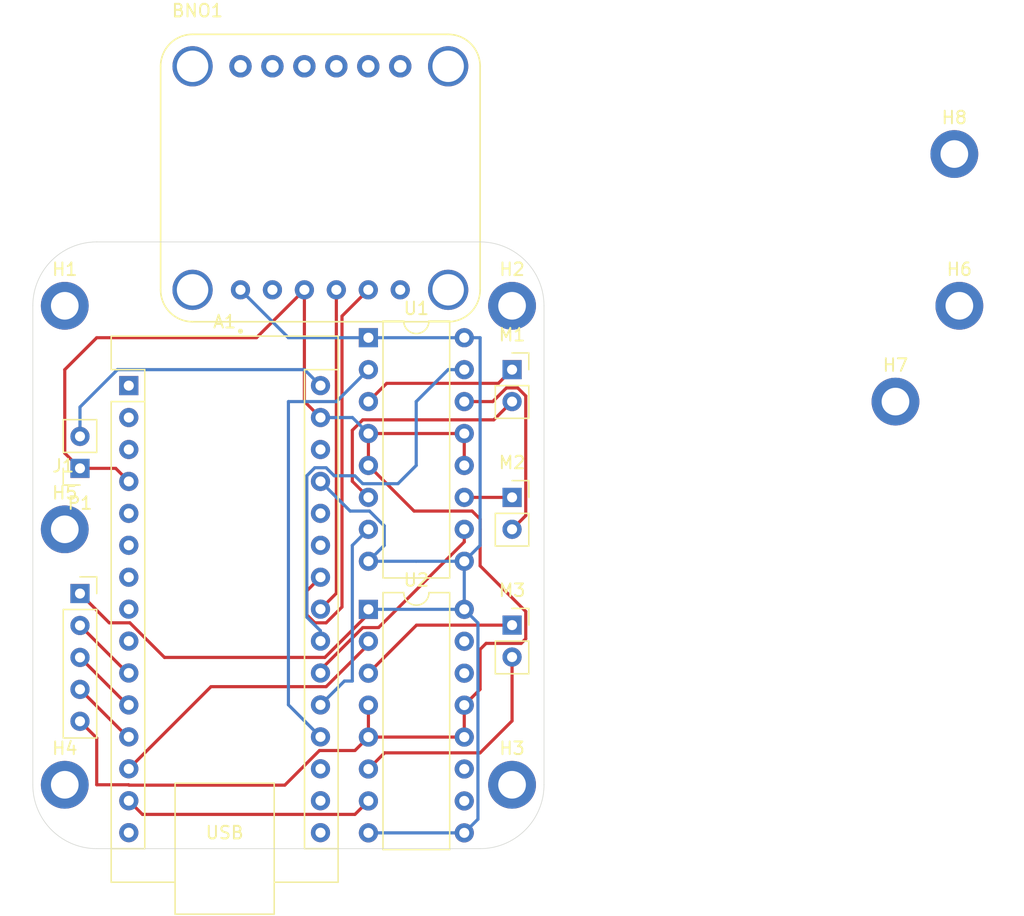
<source format=kicad_pcb>
(kicad_pcb (version 20211014) (generator pcbnew)
  (layers (0 "F.Cu" signal) (31 "B.Cu" signal) (34 "B.Paste" user) (35 "F.Paste" user) (36 "B.SilkS" user "B.Silkscreen") (37 "F.SilkS" user "F.Silkscreen") (38 "B.Mask" user) (39 "F.Mask" user) (44 "Edge.Cuts" user))
  (net 0 "")
  (net 4 "Net-(A1-Pad29)")
  (net 10 "Net-(A1-Pad10)")
  (net 11 "Net-(A1-Pad11)")
  (net 12 "Net-(A1-Pad12)")
  (net 13 "Net-(A1-Pad13)")
  (net 14 "Net-(A1-Pad14)")
  (net 19 "Net-(A1-Pad19)")
  (net 20 "Net-(A1-Pad20)")
  (net 21 "Net-(A1-Pad21)")
  (net 22 "Net-(A1-Pad22)")
  (net 23 "Net-(A1-Pad23)")
  (net 24 "Net-(A1-Pad24)")
  (net 27 "Net-(A1-Pad27)")
  (net 29 "Net-(A1-Pad30)")
  (net 38 "Net-(M1-Pad1)")
  (net 39 "Net-(M1-Pad2)")
  (net 40 "Net-(M2-Pad1)")
  (net 41 "Net-(M2-Pad2)")
  (net 42 "Net-(M3-Pad1)")
  (net 43 "Net-(M3-Pad2)")
  (footprint "MountingHole:MountingHole_2.2mm_M2_ISO14580_Pad" (layer "F.Cu") (at 119.38 55.88)
    (fp_text reference "H6" (at 0 -2.9) (layer "F.SilkS"))
    (fp_text value "MountingHole")
    (pad "1" thru_hole circle (at 0 0) (size 3.8 3.8) (drill 2.2) (layers *.Cu *.Mask))
  )
  (footprint "Connector_PinSocket_2.54mm:PinSocket_1x02_P2.54mm_Vertical" (layer "F.Cu") (at 83.82 71.12)
    (fp_text reference "M2" (at 0 -2.77) (layer "F.SilkS"))
    (fp_text value "Conn_01x02")
    (fp_line (start 0 -1.33) (end 1.33 -1.33) (layer "F.SilkS") (width 0.12))
    (fp_line (start -1.33 1.27) (end 1.33 1.27) (layer "F.SilkS") (width 0.12))
    (fp_line (start 1.33 1.27) (end 1.33 3.87) (layer "F.SilkS") (width 0.12))
    (fp_line (start 1.33 -1.33) (end 1.33 0) (layer "F.SilkS") (width 0.12))
    (fp_line (start -1.33 3.87) (end 1.33 3.87) (layer "F.SilkS") (width 0.12))
    (fp_line (start -1.33 1.27) (end -1.33 3.87) (layer "F.SilkS") (width 0.12))
    (pad "1" thru_hole rect (at 0 0) (size 1.524 1.524) (drill 0.8) (layers *.Cu *.Mask) (net 40 "Net-(M2-Pad1)"))
    (pad "2" thru_hole circle (at 0 2.54) (size 1.524 1.524) (drill 0.8) (layers *.Cu *.Mask) (net 41 "Net-(M2-Pad2)"))
  )
  (footprint "Connector_PinSocket_2.54mm:PinSocket_1x02_P2.54mm_Vertical" (layer "F.Cu") (at 49.47 68.81 180)
    (fp_text reference "P1" (at 0 -2.77) (layer "F.SilkS"))
    (fp_text value "Conn_01x02")
    (fp_line (start -1.33 1.27) (end 1.33 1.27) (layer "F.SilkS") (width 0.12))
    (fp_line (start -1.33 3.87) (end 1.33 3.87) (layer "F.SilkS") (width 0.12))
    (fp_line (start 0 -1.33) (end 1.33 -1.33) (layer "F.SilkS") (width 0.12))
    (fp_line (start 1.33 1.27) (end 1.33 3.87) (layer "F.SilkS") (width 0.12))
    (fp_line (start -1.33 1.27) (end -1.33 3.87) (layer "F.SilkS") (width 0.12))
    (fp_line (start 1.33 -1.33) (end 1.33 0) (layer "F.SilkS") (width 0.12))
    (pad "1" thru_hole rect (at 0 0 180) (size 1.524 1.524) (drill 0.8) (layers *.Cu *.Mask) (net 4 "Net-(A1-Pad29)"))
    (pad "2" thru_hole circle (at 0 2.54 180) (size 1.524 1.524) (drill 0.8) (layers *.Cu *.Mask) (net 29 "Net-(A1-Pad30)"))
  )
  (footprint "MountingHole:MountingHole_2.2mm_M2_ISO14580_Pad" (layer "F.Cu") (at 118.98 43.81)
    (fp_text reference "H8" (at 0 -2.9) (layer "F.SilkS"))
    (fp_text value "MountingHole")
    (pad "1" thru_hole circle (at 0 0) (size 3.8 3.8) (drill 2.2) (layers *.Cu *.Mask))
  )
  (footprint "KiCad:MODULE_4754" (layer "F.Cu") (at 68.58 45.72)
    (fp_text reference "BNO1" (at -9.775 -13.315) (layer "F.SilkS"))
    (fp_text value "4754")
    (fp_line (start 12.7 8.89) (end 12.7 -8.89) (layer "F.SilkS") (width 0.127))
    (fp_line (start -12.7 -8.89) (end -12.7 8.89) (layer "F.SilkS") (width 0.127))
    (fp_line (start -10.16 11.43) (end 10.16 11.43) (layer "F.SilkS") (width 0.127))
    (fp_line (start 10.16 -11.43) (end -10.16 -11.43) (layer "F.SilkS") (width 0.127))
    (fp_arc (start 12.7 8.89) (mid 11.956051 10.686051) (end 10.16 11.43) (layer "F.SilkS") (width 0.127))
    (fp_arc (start -12.7 -8.89) (mid -11.956051 -10.686051) (end -10.16 -11.43) (layer "F.SilkS") (width 0.127))
    (fp_arc (start 10.16 -11.43) (mid 11.956051 -10.686051) (end 12.7 -8.89) (layer "F.SilkS") (width 0.127))
    (fp_arc (start -10.16 11.43) (mid -11.956051 10.686051) (end -12.7 8.89) (layer "F.SilkS") (width 0.127))
    (fp_circle (center -6.35 12.18) (end -6.25 12.18) (layer "F.SilkS") (width 0.2) (fill none))
    (pad "JP1_1" thru_hole circle locked (at -6.35 8.89) (size 1.524 1.524) (drill 0.8) (layers *.Cu *.Mask) (net 27 "Net-(A1-Pad27)"))
    (pad "JP1_2" thru_hole circle locked (at -3.81 8.89) (size 1.524 1.524) (drill 0.8) (layers *.Cu *.Mask))
    (pad "JP1_3" thru_hole circle locked (at -1.27 8.89) (size 1.524 1.524) (drill 0.8) (layers *.Cu *.Mask) (net 4 "Net-(A1-Pad29)"))
    (pad "JP1_4" thru_hole circle locked (at 1.27 8.89) (size 1.524 1.524) (drill 0.8) (layers *.Cu *.Mask) (net 23 "Net-(A1-Pad23)"))
    (pad "JP1_5" thru_hole circle locked (at 3.81 8.89) (size 1.524 1.524) (drill 0.8) (layers *.Cu *.Mask) (net 24 "Net-(A1-Pad24)"))
    (pad "JP1_6" thru_hole circle locked (at 6.35 8.89) (size 1.524 1.524) (drill 0.8) (layers *.Cu *.Mask))
    (pad "JP2_1" thru_hole circle locked (at -6.35 -8.89) (size 1.778 1.778) (drill 1) (layers *.Cu *.Mask))
    (pad "JP2_2" thru_hole circle locked (at -3.81 -8.89) (size 1.778 1.778) (drill 1) (layers *.Cu *.Mask))
    (pad "JP2_3" thru_hole circle locked (at -1.27 -8.89) (size 1.778 1.778) (drill 1) (layers *.Cu *.Mask))
    (pad "JP2_4" thru_hole circle locked (at 1.27 -8.89) (size 1.778 1.778) (drill 1) (layers *.Cu *.Mask))
    (pad "JP2_5" thru_hole circle locked (at 3.81 -8.89) (size 1.778 1.778) (drill 1) (layers *.Cu *.Mask))
    (pad "JP2_6" thru_hole circle locked (at 6.35 -8.89) (size 1.778 1.778) (drill 1) (layers *.Cu *.Mask))
    (pad "P1" thru_hole circle locked (at -10.16 -8.89) (size 3.2 3.2) (drill 2.5) (layers *.Cu *.Mask))
    (pad "P2" thru_hole circle locked (at 10.16 -8.89) (size 3.2 3.2) (drill 2.5) (layers *.Cu *.Mask))
    (pad "P3" thru_hole circle locked (at -10.16 8.89) (size 3.2 3.2) (drill 2.5) (layers *.Cu *.Mask))
    (pad "P4" thru_hole circle locked (at 10.16 8.89) (size 3.2 3.2) (drill 2.5) (layers *.Cu *.Mask))
  )
  (footprint "MountingHole:MountingHole_2.2mm_M2_ISO14580_Pad" (layer "F.Cu") (at 48.26 93.98)
    (fp_text reference "H4" (at 0 -2.9) (layer "F.SilkS"))
    (fp_text value "MountingHole")
    (pad "1" thru_hole circle (at 0 0) (size 3.8 3.8) (drill 2.2) (layers *.Cu *.Mask))
  )
  (footprint "MountingHole:MountingHole_2.2mm_M2_ISO14580_Pad" (layer "F.Cu") (at 48.26 73.66)
    (fp_text reference "H5" (at 0 -2.9) (layer "F.SilkS"))
    (fp_text value "MountingHole")
    (pad "1" thru_hole circle (at 0 0) (size 3.8 3.8) (drill 2.2) (layers *.Cu *.Mask))
  )
  (footprint "Package_DIP:DIP-16_W7.62mm" (layer "F.Cu") (at 72.4 58.42)
    (fp_text reference "U1" (at 3.81 -2.33) (layer "F.SilkS"))
    (fp_text value "L293D")
    (fp_line (start 1.16 -1.33) (end 1.16 19.11) (layer "F.SilkS") (width 0.12))
    (fp_line (start 2.81 -1.33) (end 1.16 -1.33) (layer "F.SilkS") (width 0.12))
    (fp_line (start 6.46 -1.33) (end 4.81 -1.33) (layer "F.SilkS") (width 0.12))
    (fp_line (start 1.16 19.11) (end 6.46 19.11) (layer "F.SilkS") (width 0.12))
    (fp_line (start 6.46 19.11) (end 6.46 -1.33) (layer "F.SilkS") (width 0.12))
    (fp_arc (start 4.81 -1.33) (mid 3.81 -0.33) (end 2.81 -1.33) (layer "F.SilkS") (width 0.12))
    (pad "1" thru_hole rect (at 0 0) (size 1.524 1.524) (drill 0.8) (layers *.Cu *.Mask) (net 27 "Net-(A1-Pad27)"))
    (pad "2" thru_hole oval (at 0 2.54) (size 1.524 1.524) (drill 0.8) (layers *.Cu *.Mask) (net 19 "Net-(A1-Pad19)"))
    (pad "3" thru_hole oval (at 0 5.08) (size 1.524 1.524) (drill 0.8) (layers *.Cu *.Mask) (net 38 "Net-(M1-Pad1)"))
    (pad "4" thru_hole oval (at 0 7.62) (size 1.524 1.524) (drill 0.8) (layers *.Cu *.Mask) (net 4 "Net-(A1-Pad29)"))
    (pad "5" thru_hole oval (at 0 10.16) (size 1.524 1.524) (drill 0.8) (layers *.Cu *.Mask) (net 4 "Net-(A1-Pad29)"))
    (pad "6" thru_hole oval (at 0 12.7) (size 1.524 1.524) (drill 0.8) (layers *.Cu *.Mask) (net 39 "Net-(M1-Pad2)"))
    (pad "7" thru_hole oval (at 0 15.24) (size 1.524 1.524) (drill 0.8) (layers *.Cu *.Mask) (net 20 "Net-(A1-Pad20)"))
    (pad "8" thru_hole oval (at 0 17.78) (size 1.524 1.524) (drill 0.8) (layers *.Cu *.Mask) (net 27 "Net-(A1-Pad27)"))
    (pad "9" thru_hole oval (at 7.62 17.78) (size 1.524 1.524) (drill 0.8) (layers *.Cu *.Mask) (net 27 "Net-(A1-Pad27)"))
    (pad "10" thru_hole oval (at 7.62 15.24) (size 1.524 1.524) (drill 0.8) (layers *.Cu *.Mask) (net 21 "Net-(A1-Pad21)"))
    (pad "11" thru_hole oval (at 7.62 12.7) (size 1.524 1.524) (drill 0.8) (layers *.Cu *.Mask) (net 40 "Net-(M2-Pad1)"))
    (pad "12" thru_hole oval (at 7.62 10.16) (size 1.524 1.524) (drill 0.8) (layers *.Cu *.Mask) (net 4 "Net-(A1-Pad29)"))
    (pad "13" thru_hole oval (at 7.62 7.62) (size 1.524 1.524) (drill 0.8) (layers *.Cu *.Mask) (net 4 "Net-(A1-Pad29)"))
    (pad "14" thru_hole oval (at 7.62 5.08) (size 1.524 1.524) (drill 0.8) (layers *.Cu *.Mask) (net 41 "Net-(M2-Pad2)"))
    (pad "15" thru_hole oval (at 7.62 2.54) (size 1.524 1.524) (drill 0.8) (layers *.Cu *.Mask) (net 22 "Net-(A1-Pad22)"))
    (pad "16" thru_hole oval (at 7.62 0) (size 1.524 1.524) (drill 0.8) (layers *.Cu *.Mask) (net 27 "Net-(A1-Pad27)"))
  )
  (footprint "Connector_PinSocket_2.54mm:PinSocket_1x02_P2.54mm_Vertical" (layer "F.Cu") (at 83.82 81.28)
    (fp_text reference "M3" (at 0 -2.77) (layer "F.SilkS"))
    (fp_text value "Conn_01x02")
    (fp_line (start -1.33 1.27) (end 1.33 1.27) (layer "F.SilkS") (width 0.12))
    (fp_line (start 1.33 -1.33) (end 1.33 0) (layer "F.SilkS") (width 0.12))
    (fp_line (start 0 -1.33) (end 1.33 -1.33) (layer "F.SilkS") (width 0.12))
    (fp_line (start 1.33 1.27) (end 1.33 3.87) (layer "F.SilkS") (width 0.12))
    (fp_line (start -1.33 1.27) (end -1.33 3.87) (layer "F.SilkS") (width 0.12))
    (fp_line (start -1.33 3.87) (end 1.33 3.87) (layer "F.SilkS") (width 0.12))
    (pad "1" thru_hole rect (at 0 0) (size 1.524 1.524) (drill 0.8) (layers *.Cu *.Mask) (net 42 "Net-(M3-Pad1)"))
    (pad "2" thru_hole circle (at 0 2.54) (size 1.524 1.524) (drill 0.8) (layers *.Cu *.Mask) (net 43 "Net-(M3-Pad2)"))
  )
  (footprint "MountingHole:MountingHole_2.2mm_M2_ISO14580_Pad" (layer "F.Cu") (at 48.26 55.88)
    (fp_text reference "H1" (at 0 -2.9) (layer "F.SilkS"))
    (fp_text value "MountingHole")
    (pad "1" thru_hole circle (at 0 0) (size 3.8 3.8) (drill 2.2) (layers *.Cu *.Mask))
  )
  (footprint "Package_DIP:DIP-16_W7.62mm" (layer "F.Cu") (at 72.4 80.025)
    (fp_text reference "U2" (at 3.81 -2.33) (layer "F.SilkS"))
    (fp_text value "L293D")
    (fp_line (start 2.81 -1.33) (end 1.16 -1.33) (layer "F.SilkS") (width 0.12))
    (fp_line (start 6.46 -1.33) (end 4.81 -1.33) (layer "F.SilkS") (width 0.12))
    (fp_line (start 6.46 19.11) (end 6.46 -1.33) (layer "F.SilkS") (width 0.12))
    (fp_line (start 1.16 -1.33) (end 1.16 19.11) (layer "F.SilkS") (width 0.12))
    (fp_line (start 1.16 19.11) (end 6.46 19.11) (layer "F.SilkS") (width 0.12))
    (fp_arc (start 4.81 -1.33) (mid 3.81 -0.33) (end 2.81 -1.33) (layer "F.SilkS") (width 0.12))
    (pad "1" thru_hole rect (at 0 0) (size 1.524 1.524) (drill 0.8) (layers *.Cu *.Mask) (net 27 "Net-(A1-Pad27)"))
    (pad "2" thru_hole oval (at 0 2.54) (size 1.524 1.524) (drill 0.8) (layers *.Cu *.Mask) (net 13 "Net-(A1-Pad13)"))
    (pad "3" thru_hole oval (at 0 5.08) (size 1.524 1.524) (drill 0.8) (layers *.Cu *.Mask) (net 42 "Net-(M3-Pad1)"))
    (pad "4" thru_hole oval (at 0 7.62) (size 1.524 1.524) (drill 0.8) (layers *.Cu *.Mask) (net 4 "Net-(A1-Pad29)"))
    (pad "5" thru_hole oval (at 0 10.16) (size 1.524 1.524) (drill 0.8) (layers *.Cu *.Mask) (net 4 "Net-(A1-Pad29)"))
    (pad "6" thru_hole oval (at 0 12.7) (size 1.524 1.524) (drill 0.8) (layers *.Cu *.Mask) (net 43 "Net-(M3-Pad2)"))
    (pad "7" thru_hole oval (at 0 15.24) (size 1.524 1.524) (drill 0.8) (layers *.Cu *.Mask) (net 14 "Net-(A1-Pad14)"))
    (pad "8" thru_hole oval (at 0 17.78) (size 1.524 1.524) (drill 0.8) (layers *.Cu *.Mask) (net 27 "Net-(A1-Pad27)"))
    (pad "9" thru_hole oval (at 7.62 17.78) (size 1.524 1.524) (drill 0.8) (layers *.Cu *.Mask) (net 27 "Net-(A1-Pad27)"))
    (pad "10" thru_hole oval (at 7.62 15.24) (size 1.524 1.524) (drill 0.8) (layers *.Cu *.Mask))
    (pad "11" thru_hole oval (at 7.62 12.7) (size 1.524 1.524) (drill 0.8) (layers *.Cu *.Mask))
    (pad "12" thru_hole oval (at 7.62 10.16) (size 1.524 1.524) (drill 0.8) (layers *.Cu *.Mask) (net 4 "Net-(A1-Pad29)"))
    (pad "13" thru_hole oval (at 7.62 7.62) (size 1.524 1.524) (drill 0.8) (layers *.Cu *.Mask) (net 4 "Net-(A1-Pad29)"))
    (pad "14" thru_hole oval (at 7.62 5.08) (size 1.524 1.524) (drill 0.8) (layers *.Cu *.Mask))
    (pad "15" thru_hole oval (at 7.62 2.54) (size 1.524 1.524) (drill 0.8) (layers *.Cu *.Mask))
    (pad "16" thru_hole oval (at 7.62 0) (size 1.524 1.524) (drill 0.8) (layers *.Cu *.Mask) (net 27 "Net-(A1-Pad27)"))
  )
  (footprint "MountingHole:MountingHole_2.2mm_M2_ISO14580_Pad" (layer "F.Cu") (at 83.82 55.88)
    (fp_text reference "H2" (at 0 -2.9) (layer "F.SilkS"))
    (fp_text value "MountingHole")
    (pad "1" thru_hole circle (at 0 0) (size 3.8 3.8) (drill 2.2) (layers *.Cu *.Mask))
  )
  (footprint "MountingHole:MountingHole_2.2mm_M2_ISO14580_Pad" (layer "F.Cu") (at 114.3 63.5)
    (fp_text reference "H7" (at 0 -2.9) (layer "F.SilkS"))
    (fp_text value "MountingHole")
    (pad "1" thru_hole circle (at 0 0) (size 3.8 3.8) (drill 2.2) (layers *.Cu *.Mask))
  )
  (footprint "Connector_PinSocket_2.54mm:PinSocket_1x05_P2.54mm_Vertical" (layer "F.Cu") (at 49.47 78.77)
    (fp_text reference "J1" (at -1.33 -10.16) (layer "F.SilkS"))
    (fp_text value "Conn_01x05")
    (fp_line (start -1.33 1.27) (end 1.33 1.27) (layer "F.SilkS") (width 0.12))
    (fp_line (start -1.33 1.27) (end -1.33 11.49) (layer "F.SilkS") (width 0.12))
    (fp_line (start 0 -1.33) (end 1.33 -1.33) (layer "F.SilkS") (width 0.12))
    (fp_line (start 1.33 1.27) (end 1.33 11.49) (layer "F.SilkS") (width 0.12))
    (fp_line (start -1.33 11.49) (end 1.33 11.49) (layer "F.SilkS") (width 0.12))
    (fp_line (start 1.33 -1.33) (end 1.33 0) (layer "F.SilkS") (width 0.12))
    (pad "1" thru_hole rect (at 0 0) (size 1.524 1.524) (drill 0.8) (layers *.Cu *.Mask) (net 27 "Net-(A1-Pad27)"))
    (pad "2" thru_hole circle (at 0 2.54) (size 1.524 1.524) (drill 0.8) (layers *.Cu *.Mask) (net 10 "Net-(A1-Pad10)"))
    (pad "3" thru_hole circle (at 0 5.08) (size 1.524 1.524) (drill 0.8) (layers *.Cu *.Mask) (net 11 "Net-(A1-Pad11)"))
    (pad "4" thru_hole circle (at 0 7.62) (size 1.524 1.524) (drill 0.8) (layers *.Cu *.Mask) (net 12 "Net-(A1-Pad12)"))
    (pad "5" thru_hole circle (at 0 10.16) (size 1.524 1.524) (drill 0.8) (layers *.Cu *.Mask) (net 4 "Net-(A1-Pad29)"))
  )
  (footprint "Module:Arduino_Nano" (layer "F.Cu") (at 53.35 62.23)
    (fp_text reference "A1" (at 7.62 -5.08) (layer "F.SilkS"))
    (fp_text value "Arduino_Nano_Every")
    (fp_text user "USB" (at 7.62 35.56 unlocked) (layer "F.SilkS"))
    (fp_line (start 11.56 42.04) (end 3.68 42.04) (layer "F.SilkS") (width 0.12))
    (fp_line (start 16.64 39.5) (end 16.64 -3.94) (layer "F.SilkS") (width 0.12))
    (fp_line (start -1.4 39.5) (end 3.68 39.5) (layer "F.SilkS") (width 0.12))
    (fp_line (start 3.68 42.04) (end 3.68 31.62) (layer "F.SilkS") (width 0.12))
    (fp_line (start 13.97 36.83) (end 16.64 36.83) (layer "F.SilkS") (width 0.12))
    (fp_line (start 13.97 -1.27) (end 16.64 -1.27) (layer "F.SilkS") (width 0.12))
    (fp_line (start 16.64 -3.94) (end -1.4 -3.94) (layer "F.SilkS") (width 0.12))
    (fp_line (start 13.97 -1.27) (end 13.97 36.83) (layer "F.SilkS") (width 0.12))
    (fp_line (start 1.27 36.83) (end -1.4 36.83) (layer "F.SilkS") (width 0.12))
    (fp_line (start -1.4 1.27) (end -1.4 39.5) (layer "F.SilkS") (width 0.12))
    (fp_line (start 16.64 39.5) (end 11.56 39.5) (layer "F.SilkS") (width 0.12))
    (fp_line (start 1.27 1.27) (end -1.4 1.27) (layer "F.SilkS") (width 0.12))
    (fp_line (start 3.68 31.62) (end 11.56 31.62) (layer "F.SilkS") (width 0.12))
    (fp_line (start 1.27 -1.27) (end -1.4 -1.27) (layer "F.SilkS") (width 0.12))
    (fp_line (start 1.27 1.27) (end 1.27 -1.27) (layer "F.SilkS") (width 0.12))
    (fp_line (start 1.27 1.27) (end 1.27 36.83) (layer "F.SilkS") (width 0.12))
    (fp_line (start -1.4 -3.94) (end -1.4 -1.27) (layer "F.SilkS") (width 0.12))
    (fp_line (start 11.56 31.62) (end 11.56 42.04) (layer "F.SilkS") (width 0.12))
    (pad "1" thru_hole rect (at 0 0) (size 1.524 1.524) (drill 0.8) (layers *.Cu *.Mask))
    (pad "2" thru_hole circle (at 0 2.54) (size 1.524 1.524) (drill 0.8) (layers *.Cu *.Mask))
    (pad "3" thru_hole circle (at 0 5.08) (size 1.524 1.524) (drill 0.8) (layers *.Cu *.Mask))
    (pad "4" thru_hole circle (at 0 7.62) (size 1.524 1.524) (drill 0.8) (layers *.Cu *.Mask) (net 4 "Net-(A1-Pad29)"))
    (pad "5" thru_hole circle (at 0 10.16) (size 1.524 1.524) (drill 0.8) (layers *.Cu *.Mask))
    (pad "6" thru_hole circle (at 0 12.7) (size 1.524 1.524) (drill 0.8) (layers *.Cu *.Mask))
    (pad "7" thru_hole circle (at 0 15.24) (size 1.524 1.524) (drill 0.8) (layers *.Cu *.Mask))
    (pad "8" thru_hole circle (at 0 17.78) (size 1.524 1.524) (drill 0.8) (layers *.Cu *.Mask))
    (pad "9" thru_hole circle (at 0 20.32) (size 1.524 1.524) (drill 0.8) (layers *.Cu *.Mask))
    (pad "10" thru_hole circle (at 0 22.86) (size 1.524 1.524) (drill 0.8) (layers *.Cu *.Mask) (net 10 "Net-(A1-Pad10)"))
    (pad "11" thru_hole circle (at 0 25.4) (size 1.524 1.524) (drill 0.8) (layers *.Cu *.Mask) (net 11 "Net-(A1-Pad11)"))
    (pad "12" thru_hole circle (at 0 27.94) (size 1.524 1.524) (drill 0.8) (layers *.Cu *.Mask) (net 12 "Net-(A1-Pad12)"))
    (pad "13" thru_hole circle (at 0 30.48) (size 1.524 1.524) (drill 0.8) (layers *.Cu *.Mask) (net 13 "Net-(A1-Pad13)"))
    (pad "14" thru_hole circle (at 0 33.02) (size 1.524 1.524) (drill 0.8) (layers *.Cu *.Mask) (net 14 "Net-(A1-Pad14)"))
    (pad "15" thru_hole circle (at 0 35.56) (size 1.524 1.524) (drill 0.8) (layers *.Cu *.Mask))
    (pad "16" thru_hole circle (at 15.24 35.56) (size 1.524 1.524) (drill 0.8) (layers *.Cu *.Mask))
    (pad "17" thru_hole circle (at 15.24 33.02) (size 1.524 1.524) (drill 0.8) (layers *.Cu *.Mask))
    (pad "18" thru_hole circle (at 15.24 30.48) (size 1.524 1.524) (drill 0.8) (layers *.Cu *.Mask))
    (pad "19" thru_hole circle (at 15.24 27.94) (size 1.524 1.524) (drill 0.8) (layers *.Cu *.Mask) (net 19 "Net-(A1-Pad19)"))
    (pad "20" thru_hole circle (at 15.24 25.4) (size 1.524 1.524) (drill 0.8) (layers *.Cu *.Mask) (net 20 "Net-(A1-Pad20)"))
    (pad "21" thru_hole circle (at 15.24 22.86) (size 1.524 1.524) (drill 0.8) (layers *.Cu *.Mask) (net 21 "Net-(A1-Pad21)"))
    (pad "22" thru_hole circle (at 15.24 20.32) (size 1.524 1.524) (drill 0.8) (layers *.Cu *.Mask) (net 22 "Net-(A1-Pad22)"))
    (pad "23" thru_hole circle (at 15.24 17.78) (size 1.524 1.524) (drill 0.8) (layers *.Cu *.Mask) (net 23 "Net-(A1-Pad23)"))
    (pad "24" thru_hole circle (at 15.24 15.24) (size 1.524 1.524) (drill 0.8) (layers *.Cu *.Mask) (net 24 "Net-(A1-Pad24)"))
    (pad "25" thru_hole circle (at 15.24 12.7) (size 1.524 1.524) (drill 0.8) (layers *.Cu *.Mask))
    (pad "26" thru_hole circle (at 15.24 10.16) (size 1.524 1.524) (drill 0.8) (layers *.Cu *.Mask))
    (pad "27" thru_hole circle (at 15.24 7.62) (size 1.524 1.524) (drill 0.8) (layers *.Cu *.Mask) (net 27 "Net-(A1-Pad27)"))
    (pad "28" thru_hole circle (at 15.24 5.08) (size 1.524 1.524) (drill 0.8) (layers *.Cu *.Mask))
    (pad "29" thru_hole circle (at 15.24 2.54) (size 1.524 1.524) (drill 0.8) (layers *.Cu *.Mask) (net 4 "Net-(A1-Pad29)"))
    (pad "30" thru_hole circle (at 15.24 0) (size 1.524 1.524) (drill 0.8) (layers *.Cu *.Mask) (net 29 "Net-(A1-Pad30)"))
  )
  (footprint "MountingHole:MountingHole_2.2mm_M2_ISO14580_Pad" (layer "F.Cu") (at 83.82 93.98)
    (fp_text reference "H3" (at 0 -2.9) (layer "F.SilkS"))
    (fp_text value "MountingHole")
    (pad "1" thru_hole circle (at 0 0) (size 3.8 3.8) (drill 2.2) (layers *.Cu *.Mask))
  )
  (footprint "Connector_PinSocket_2.54mm:PinSocket_1x02_P2.54mm_Vertical" (layer "F.Cu") (at 83.82 60.96)
    (fp_text reference "M1" (at 0 -2.77) (layer "F.SilkS"))
    (fp_text value "Conn_01x02")
    (fp_line (start -1.33 1.27) (end 1.33 1.27) (layer "F.SilkS") (width 0.12))
    (fp_line (start 1.33 -1.33) (end 1.33 0) (layer "F.SilkS") (width 0.12))
    (fp_line (start 0 -1.33) (end 1.33 -1.33) (layer "F.SilkS") (width 0.12))
    (fp_line (start 1.33 1.27) (end 1.33 3.87) (layer "F.SilkS") (width 0.12))
    (fp_line (start -1.33 1.27) (end -1.33 3.87) (layer "F.SilkS") (width 0.12))
    (fp_line (start -1.33 3.87) (end 1.33 3.87) (layer "F.SilkS") (width 0.12))
    (pad "1" thru_hole rect (at 0 0) (size 1.524 1.524) (drill 0.8) (layers *.Cu *.Mask) (net 38 "Net-(M1-Pad1)"))
    (pad "2" thru_hole circle (at 0 2.54) (size 1.524 1.524) (drill 0.8) (layers *.Cu *.Mask) (net 39 "Net-(M1-Pad2)"))
  )
  (gr_arc (start 86.36 93.98) (mid 84.872102 97.572102) (end 81.28 99.06) (layer "Edge.Cuts") (width 0.05))
  (gr_line (start 45.72 55.88) (end 45.72 93.98) (layer "Edge.Cuts") (width 0.05))
  (gr_arc (start 81.28 50.8) (mid 84.872102 52.287898) (end 86.36 55.88) (layer "Edge.Cuts") (width 0.05))
  (gr_arc (start 50.8 99.06) (mid 47.207898 97.572102) (end 45.72 93.98) (layer "Edge.Cuts") (width 0.05))
  (gr_line (start 50.8 99.06) (end 81.28 99.06) (layer "Edge.Cuts") (width 0.05))
  (gr_arc (start 45.72 55.88) (mid 47.207898 52.287898) (end 50.8 50.8) (layer "Edge.Cuts") (width 0.05))
  (gr_line (start 86.36 93.98) (end 86.36 55.88) (layer "Edge.Cuts") (width 0.05))
  (gr_line (start 81.28 50.8) (end 50.8 50.8) (layer "Edge.Cuts") (width 0.05))
  (segment (start 50.8 93.98) (end 50.8 90.26) (width 0.25) (layer "F.Cu") (net 4))
  (segment (start 80.02 90.185) (end 80.02 87.645) (width 0.25) (layer "F.Cu") (net 4))
  (segment (start 81.28 83.208251) (end 81.28 86.385) (width 0.25) (layer "F.Cu") (net 4))
  (segment (start 81.755251 82.733) (end 81.28 83.208251) (width 0.25) (layer "F.Cu") (net 4))
  (segment (start 72.4 68.58) (end 76.027 72.207) (width 0.25) (layer "F.Cu") (net 4))
  (segment (start 84.907 82.367) (end 84.541 82.733) (width 0.25) (layer "F.Cu") (net 4))
  (segment (start 50.8 90.26) (end 49.47 88.93) (width 0.25) (layer "F.Cu") (net 4))
  (segment (start 72.4 90.185) (end 72.4 87.645) (width 0.25) (layer "F.Cu") (net 4))
  (segment (start 80.02 66.04) (end 80.02 68.58) (width 0.25) (layer "F.Cu") (net 4))
  (segment (start 53.34 93.98) (end 50.8 93.98) (width 0.25) (layer "F.Cu") (net 4))
  (segment (start 76.027 72.207) (end 80.643 72.207) (width 0.25) (layer "F.Cu") (net 4))
  (segment (start 67.31 54.61) (end 67.31 63.49) (width 0.25) (layer "F.Cu") (net 4))
  (segment (start 65.752749 94.01) (end 53.37 94.01) (width 0.25) (layer "F.Cu") (net 4))
  (segment (start 80.643 72.207) (end 81.28 72.844) (width 0.25) (layer "F.Cu") (net 4))
  (segment (start 65.752749 94.01) (end 68.505749 91.257) (width 0.25) (layer "F.Cu") (net 4))
  (segment (start 63.5 58.42) (end 50.8 58.42) (width 0.25) (layer "F.Cu") (net 4))
  (segment (start 67.31 63.49) (end 68.59 64.77) (width 0.25) (layer "F.Cu") (net 4))
  (segment (start 84.907 80.193) (end 84.907 82.367) (width 0.25) (layer "F.Cu") (net 4))
  (segment (start 81.28 73.66) (end 81.28 76.566) (width 0.25) (layer "F.Cu") (net 4))
  (segment (start 48.26 60.96) (end 48.26 67.6) (width 0.25) (layer "F.Cu") (net 4))
  (segment (start 67.31 54.61) (end 63.5 58.42) (width 0.25) (layer "F.Cu") (net 4))
  (segment (start 81.28 86.385) (end 80.02 87.645) (width 0.25) (layer "F.Cu") (net 4))
  (segment (start 81.28 76.566) (end 84.907 80.193) (width 0.25) (layer "F.Cu") (net 4))
  (segment (start 81.28 72.844) (end 81.28 73.66) (width 0.25) (layer "F.Cu") (net 4))
  (segment (start 72.4 66.04) (end 72.4 68.58) (width 0.25) (layer "F.Cu") (net 4))
  (segment (start 68.505749 91.257) (end 71.328 91.257) (width 0.25) (layer "F.Cu") (net 4))
  (segment (start 72.4 90.185) (end 80.02 90.185) (width 0.25) (layer "F.Cu") (net 4))
  (segment (start 72.4 66.04) (end 80.02 66.04) (width 0.25) (layer "F.Cu") (net 4))
  (segment (start 71.328 91.257) (end 72.4 90.185) (width 0.25) (layer "F.Cu") (net 4))
  (segment (start 48.26 67.6) (end 49.47 68.81) (width 0.25) (layer "F.Cu") (net 4))
  (segment (start 53.37 94.01) (end 53.34 93.98) (width 0.25) (layer "F.Cu") (net 4))
  (segment (start 49.47 68.81) (end 52.31 68.81) (width 0.25) (layer "F.Cu") (net 4))
  (segment (start 52.31 68.81) (end 53.35 69.85) (width 0.25) (layer "F.Cu") (net 4))
  (segment (start 84.541 82.733) (end 81.755251 82.733) (width 0.25) (layer "F.Cu") (net 4))
  (segment (start 50.8 58.42) (end 48.26 60.96) (width 0.25) (layer "F.Cu") (net 4))
  (segment (start 71.13 64.77) (end 72.4 66.04) (width 0.25) (layer "B.Cu") (net 4))
  (segment (start 68.59 64.77) (end 71.13 64.77) (width 0.25) (layer "B.Cu") (net 4))
  (segment (start 49.47 81.31) (end 53.25 85.09) (width 0.25) (layer "F.Cu") (net 10))
  (segment (start 53.25 85.09) (end 53.35 85.09) (width 0.25) (layer "F.Cu") (net 10))
  (segment (start 49.47 83.85) (end 53.25 87.63) (width 0.25) (layer "F.Cu") (net 11))
  (segment (start 53.25 87.63) (end 53.35 87.63) (width 0.25) (layer "F.Cu") (net 11))
  (segment (start 49.47 86.39) (end 53.25 90.17) (width 0.25) (layer "F.Cu") (net 12))
  (segment (start 53.25 90.17) (end 53.35 90.17) (width 0.25) (layer "F.Cu") (net 12))
  (segment (start 59.883 86.177) (end 69.040251 86.177) (width 0.25) (layer "F.Cu") (net 13))
  (segment (start 53.35 92.71) (end 59.883 86.177) (width 0.25) (layer "F.Cu") (net 13))
  (segment (start 72.4 82.817251) (end 72.4 82.565) (width 0.25) (layer "F.Cu") (net 13))
  (segment (start 69.040251 86.177) (end 72.4 82.817251) (width 0.25) (layer "F.Cu") (net 13))
  (segment (start 72.4 95.265) (end 71.328 96.337) (width 0.25) (layer "F.Cu") (net 14))
  (segment (start 71.328 96.337) (end 54.437 96.337) (width 0.25) (layer "F.Cu") (net 14))
  (segment (start 54.437 96.337) (end 53.35 95.25) (width 0.25) (layer "F.Cu") (net 14))
  (segment (start 66.04 63.5) (end 69.86 63.5) (width 0.25) (layer "B.Cu") (net 19))
  (segment (start 68.59 90.17) (end 66.04 87.62) (width 0.25) (layer "B.Cu") (net 19))
  (segment (start 66.04 87.62) (end 66.04 63.5) (width 0.25) (layer "B.Cu") (net 19))
  (segment (start 69.86 63.5) (end 72.4 60.96) (width 0.25) (layer "B.Cu") (net 19))
  (segment (start 71.12 74.94) (end 72.4 73.66) (width 0.25) (layer "B.Cu") (net 20))
  (segment (start 70.491396 85.728604) (end 71.12 85.728604) (width 0.25) (layer "B.Cu") (net 20))
  (segment (start 71.12 85.728604) (end 71.12 74.94) (width 0.25) (layer "B.Cu") (net 20))
  (segment (start 68.59 87.63) (end 70.491396 85.728604) (width 0.25) (layer "B.Cu") (net 20))
  (segment (start 71.949749 81.478) (end 73.204749 81.478) (width 0.25) (layer "F.Cu") (net 21))
  (segment (start 73.204749 81.478) (end 80.02 74.662749) (width 0.25) (layer "F.Cu") (net 21))
  (segment (start 80.02 74.662749) (end 80.02 73.66) (width 0.25) (layer "F.Cu") (net 21))
  (segment (start 68.59 84.837749) (end 71.949749 81.478) (width 0.25) (layer "F.Cu") (net 21))
  (segment (start 68.59 85.09) (end 68.59 84.837749) (width 0.25) (layer "F.Cu") (net 21))
  (segment (start 76.2 68.58) (end 76.2 63.5) (width 0.25) (layer "B.Cu") (net 22))
  (segment (start 68.139749 68.763) (end 69.040251 68.763) (width 0.25) (layer "B.Cu") (net 22))
  (segment (start 78.74 60.96) (end 80.02 60.96) (width 0.25) (layer "B.Cu") (net 22))
  (segment (start 76.2 63.5) (end 78.74 60.96) (width 0.25) (layer "B.Cu") (net 22))
  (segment (start 69.040251 68.763) (end 69.677 69.399749) (width 0.25) (layer "B.Cu") (net 22))
  (segment (start 67.503 80.643251) (end 67.503 69.399749) (width 0.25) (layer "B.Cu") (net 22))
  (segment (start 71.949749 70.033) (end 74.747 70.033) (width 0.25) (layer "B.Cu") (net 22))
  (segment (start 67.503 69.399749) (end 68.139749 68.763) (width 0.25) (layer "B.Cu") (net 22))
  (segment (start 69.677 69.4) (end 71.316749 69.4) (width 0.25) (layer "B.Cu") (net 22))
  (segment (start 68.59 82.55) (end 68.58 82.54) (width 0.25) (layer "B.Cu") (net 22))
  (segment (start 71.316749 69.4) (end 71.949749 70.033) (width 0.25) (layer "B.Cu") (net 22))
  (segment (start 69.677 69.399749) (end 69.677 69.4) (width 0.25) (layer "B.Cu") (net 22))
  (segment (start 68.58 82.54) (end 68.58 81.720251) (width 0.25) (layer "B.Cu") (net 22))
  (segment (start 74.747 70.033) (end 76.2 68.58) (width 0.25) (layer "B.Cu") (net 22))
  (segment (start 68.58 81.720251) (end 67.503 80.643251) (width 0.25) (layer "B.Cu") (net 22))
  (segment (start 69.85 54.61) (end 69.85 78.75) (width 0.25) (layer "F.Cu") (net 23))
  (segment (start 69.85 78.75) (end 68.59 80.01) (width 0.25) (layer "F.Cu") (net 23))
  (segment (start 70.3 56.7) (end 70.3 79.837251) (width 0.25) (layer "F.Cu") (net 24))
  (segment (start 68.139749 81.097) (end 67.503 80.460251) (width 0.25) (layer "F.Cu") (net 24))
  (segment (start 67.503 80.460251) (end 67.503 78.557) (width 0.25) (layer "F.Cu") (net 24))
  (segment (start 72.39 54.61) (end 70.3 56.7) (width 0.25) (layer "F.Cu") (net 24))
  (segment (start 67.503 78.557) (end 68.59 77.47) (width 0.25) (layer "F.Cu") (net 24))
  (segment (start 69.040251 81.097) (end 68.139749 81.097) (width 0.25) (layer "F.Cu") (net 24))
  (segment (start 70.3 79.837251) (end 69.040251 81.097) (width 0.25) (layer "F.Cu") (net 24))
  (segment (start 51.797 81.097) (end 49.47 78.77) (width 0.25) (layer "F.Cu") (net 27))
  (segment (start 56.187251 83.85) (end 53.434251 81.097) (width 0.25) (layer "F.Cu") (net 27))
  (segment (start 53.434251 81.097) (end 51.797 81.097) (width 0.25) (layer "F.Cu") (net 27))
  (segment (start 72.4 80.391353) (end 72.4 80.025) (width 0.25) (layer "F.Cu") (net 27))
  (segment (start 68.941353 83.85) (end 72.4 80.391353) (width 0.25) (layer "F.Cu") (net 27))
  (segment (start 68.941353 83.85) (end 56.187251 83.85) (width 0.25) (layer "F.Cu") (net 27))
  (segment (start 72.484251 72.207) (end 70.947 72.207) (width 0.25) (layer "B.Cu") (net 27))
  (segment (start 72.4 76.2) (end 73.66 74.94) (width 0.25) (layer "B.Cu") (net 27))
  (segment (start 81.107 96.718) (end 81.107 81.112) (width 0.25) (layer "B.Cu") (net 27))
  (segment (start 81.28 74.94) (end 80.02 76.2) (width 0.25) (layer "B.Cu") (net 27))
  (segment (start 73.66 74.94) (end 73.66 73.382749) (width 0.25) (layer "B.Cu") (net 27))
  (segment (start 80.02 97.805) (end 81.107 96.718) (width 0.25) (layer "B.Cu") (net 27))
  (segment (start 72.4 76.2) (end 76.2 76.2) (width 0.25) (layer "B.Cu") (net 27))
  (segment (start 72.4 58.42) (end 66.04 58.42) (width 0.25) (layer "B.Cu") (net 27))
  (segment (start 76.2 76.2) (end 80.02 76.2) (width 0.25) (layer "B.Cu") (net 27))
  (segment (start 66.04 58.42) (end 62.23 54.61) (width 0.25) (layer "B.Cu") (net 27))
  (segment (start 81.28 58.42) (end 81.28 74.94) (width 0.25) (layer "B.Cu") (net 27))
  (segment (start 80.02 58.42) (end 81.28 58.42) (width 0.25) (layer "B.Cu") (net 27))
  (segment (start 72.4 80.277251) (end 72.4 80.025) (width 0.25) (layer "B.Cu") (net 27))
  (segment (start 81.107 81.112) (end 80.02 80.025) (width 0.25) (layer "B.Cu") (net 27))
  (segment (start 72.4 80.025) (end 80.02 80.025) (width 0.25) (layer "B.Cu") (net 27))
  (segment (start 72.4 58.42) (end 80.02 58.42) (width 0.25) (layer "B.Cu") (net 27))
  (segment (start 80.02 97.805) (end 72.4 97.805) (width 0.25) (layer "B.Cu") (net 27))
  (segment (start 73.66 73.382749) (end 72.484251 72.207) (width 0.25) (layer "B.Cu") (net 27))
  (segment (start 70.947 72.207) (end 68.59 69.85) (width 0.25) (layer "B.Cu") (net 27))
  (segment (start 80.02 76.2) (end 80.02 80.025) (width 0.25) (layer "B.Cu") (net 27))
  (segment (start 49.47 66.27) (end 49.47 63.936) (width 0.25) (layer "B.Cu") (net 29))
  (segment (start 52.446 60.96) (end 67.32 60.96) (width 0.25) (layer "B.Cu") (net 29))
  (segment (start 49.47 63.936) (end 52.446 60.96) (width 0.25) (layer "B.Cu") (net 29))
  (segment (start 67.32 60.96) (end 68.59 62.23) (width 0.25) (layer "B.Cu") (net 29))
  (segment (start 73.853 62.047) (end 82.733 62.047) (width 0.25) (layer "F.Cu") (net 38))
  (segment (start 72.4 63.5) (end 73.853 62.047) (width 0.25) (layer "F.Cu") (net 38))
  (segment (start 82.733 62.047) (end 83.82 60.96) (width 0.25) (layer "F.Cu") (net 38))
  (segment (start 71.12 65.782749) (end 71.949749 64.953) (width 0.25) (layer "F.Cu") (net 39))
  (segment (start 71.12 69.84) (end 71.12 65.782749) (width 0.25) (layer "F.Cu") (net 39))
  (segment (start 71.949749 64.953) (end 82.367 64.953) (width 0.25) (layer "F.Cu") (net 39))
  (segment (start 72.4 71.12) (end 71.12 69.84) (width 0.25) (layer "F.Cu") (net 39))
  (segment (start 82.367 64.953) (end 83.82 63.5) (width 0.25) (layer "F.Cu") (net 39))
  (segment (start 83.82 71.12) (end 80.02 71.12) (width 0.25) (layer "F.Cu") (net 40))
  (segment (start 84.270251 62.413) (end 83.369749 62.413) (width 0.25) (layer "F.Cu") (net 41))
  (segment (start 83.369749 62.413) (end 82.282749 63.5) (width 0.25) (layer "F.Cu") (net 41))
  (segment (start 84.907 63.049749) (end 84.270251 62.413) (width 0.25) (layer "F.Cu") (net 41))
  (segment (start 83.82 73.66) (end 84.907 72.573) (width 0.25) (layer "F.Cu") (net 41))
  (segment (start 82.282749 63.5) (end 80.02 63.5) (width 0.25) (layer "F.Cu") (net 41))
  (segment (start 84.907 72.573) (end 84.907 63.049749) (width 0.25) (layer "F.Cu") (net 41))
  (segment (start 76.225 81.28) (end 83.82 81.28) (width 0.25) (layer "F.Cu") (net 42))
  (segment (start 72.4 85.105) (end 76.225 81.28) (width 0.25) (layer "F.Cu") (net 42))
  (segment (start 83.82 88.9) (end 83.82 83.82) (width 0.25) (layer "F.Cu") (net 43))
  (segment (start 81.28 91.44) (end 83.82 88.9) (width 0.25) (layer "F.Cu") (net 43))
  (segment (start 73.685 91.44) (end 81.28 91.44) (width 0.25) (layer "F.Cu") (net 43))
  (segment (start 72.4 92.725) (end 73.685 91.44) (width 0.25) (layer "F.Cu") (net 43))
)
</source>
